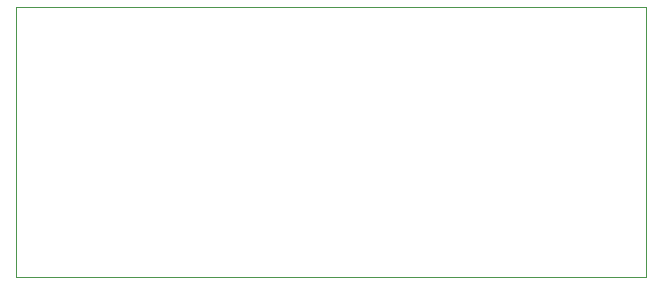
<source format=gbr>
%TF.GenerationSoftware,Altium Limited,Altium Designer,21.4.1 (30)*%
G04 Layer_Color=0*
%FSLAX45Y45*%
%MOMM*%
%TF.SameCoordinates,07A852E0-A263-4F49-A737-320A16F82769*%
%TF.FilePolarity,Positive*%
%TF.FileFunction,Profile,NP*%
%TF.Part,Single*%
G01*
G75*
%TA.AperFunction,Profile*%
%ADD66C,0.02540*%
D66*
X2540000Y2540000D02*
Y4826000D01*
X7874000D01*
Y2540000D01*
X2540000D01*
%TF.MD5,052a815f4a124b79ed982e09492ffb81*%
M02*

</source>
